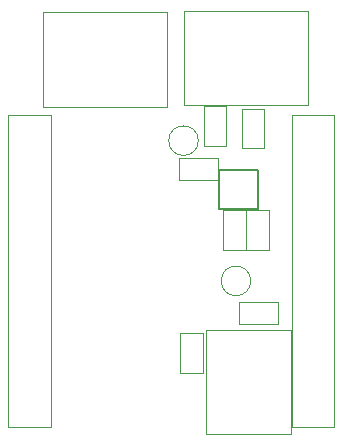
<source format=gbr>
G04 #@! TF.GenerationSoftware,KiCad,Pcbnew,5.1.1-8be2ce7~80~ubuntu18.10.1*
G04 #@! TF.CreationDate,2019-05-25T12:59:07+08:00*
G04 #@! TF.ProjectId,tas2562_dev_pcb,74617332-3536-4325-9f64-65765f706362,rev?*
G04 #@! TF.SameCoordinates,Original*
G04 #@! TF.FileFunction,Other,User*
%FSLAX46Y46*%
G04 Gerber Fmt 4.6, Leading zero omitted, Abs format (unit mm)*
G04 Created by KiCad (PCBNEW 5.1.1-8be2ce7~80~ubuntu18.10.1) date 2019-05-25 12:59:07*
%MOMM*%
%LPD*%
G04 APERTURE LIST*
%ADD10C,0.050000*%
%ADD11C,0.152400*%
G04 APERTURE END LIST*
D10*
X155317600Y-68050000D02*
X151717600Y-68050000D01*
X155317600Y-94500000D02*
X155317600Y-68050000D01*
X151717600Y-94500000D02*
X155317600Y-94500000D01*
X151717600Y-68050000D02*
X151717600Y-94500000D01*
D11*
X148872400Y-75999800D02*
X145564400Y-75999800D01*
X148872400Y-72691800D02*
X148872400Y-75999800D01*
X145564400Y-72691800D02*
X148872400Y-72691800D01*
X145564400Y-75999800D02*
X145564400Y-72691800D01*
D10*
X149794000Y-79482500D02*
X147894000Y-79482500D01*
X147894000Y-79482500D02*
X147894000Y-76122500D01*
X147894000Y-76122500D02*
X149794000Y-76122500D01*
X149794000Y-76122500D02*
X149794000Y-79482500D01*
X142306000Y-89896500D02*
X142306000Y-86536500D01*
X144206000Y-89896500D02*
X142306000Y-89896500D01*
X144206000Y-86536500D02*
X144206000Y-89896500D01*
X142306000Y-86536500D02*
X144206000Y-86536500D01*
X147242500Y-85786000D02*
X147242500Y-83886000D01*
X147242500Y-83886000D02*
X150602500Y-83886000D01*
X150602500Y-83886000D02*
X150602500Y-85786000D01*
X150602500Y-85786000D02*
X147242500Y-85786000D01*
X145925500Y-79482500D02*
X145925500Y-76122500D01*
X147825500Y-79482500D02*
X145925500Y-79482500D01*
X147825500Y-76122500D02*
X147825500Y-79482500D01*
X145925500Y-76122500D02*
X147825500Y-76122500D01*
X142162500Y-73594000D02*
X142162500Y-71694000D01*
X142162500Y-71694000D02*
X145522500Y-71694000D01*
X145522500Y-71694000D02*
X145522500Y-73594000D01*
X145522500Y-73594000D02*
X142162500Y-73594000D01*
X151717600Y-68050000D02*
X151717600Y-94500000D01*
X151717600Y-94500000D02*
X155317600Y-94500000D01*
X155317600Y-94500000D02*
X155317600Y-68050000D01*
X155317600Y-68050000D02*
X151717600Y-68050000D01*
X141140000Y-67347600D02*
X130640000Y-67347600D01*
X141140000Y-67347600D02*
X141140000Y-59347600D01*
X130640000Y-59347600D02*
X130640000Y-67347600D01*
X130640000Y-59347600D02*
X141140000Y-59347600D01*
X127740000Y-94510000D02*
X131340000Y-94510000D01*
X127740000Y-68060000D02*
X127740000Y-94510000D01*
X131340000Y-68060000D02*
X127740000Y-68060000D01*
X131340000Y-94510000D02*
X131340000Y-68060000D01*
X144274500Y-67296000D02*
X146174500Y-67296000D01*
X146174500Y-67296000D02*
X146174500Y-70656000D01*
X146174500Y-70656000D02*
X144274500Y-70656000D01*
X144274500Y-70656000D02*
X144274500Y-67296000D01*
X149413000Y-67535000D02*
X149413000Y-70895000D01*
X147513000Y-67535000D02*
X149413000Y-67535000D01*
X147513000Y-70895000D02*
X147513000Y-67535000D01*
X149413000Y-70895000D02*
X147513000Y-70895000D01*
X142578000Y-59246000D02*
X153078000Y-59246000D01*
X142578000Y-59246000D02*
X142578000Y-67246000D01*
X153078000Y-67246000D02*
X153078000Y-59246000D01*
X153078000Y-67246000D02*
X142578000Y-67246000D01*
X143807500Y-70231000D02*
G75*
G03X143807500Y-70231000I-1250000J0D01*
G01*
X148252500Y-82105500D02*
G75*
G03X148252500Y-82105500I-1250000J0D01*
G01*
X151682000Y-95078000D02*
X151682000Y-86278000D01*
X144482000Y-95078000D02*
X151682000Y-95078000D01*
X144482000Y-86278000D02*
X144482000Y-95078000D01*
X151682000Y-86278000D02*
X144482000Y-86278000D01*
M02*

</source>
